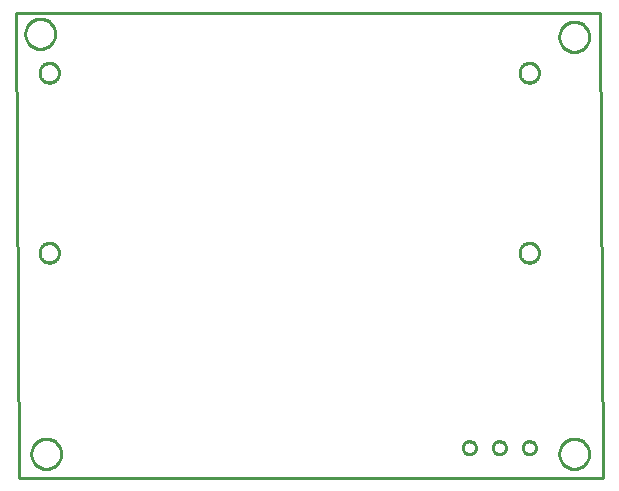
<source format=gbr>
G04 EAGLE Gerber RS-274X export*
G75*
%MOMM*%
%FSLAX34Y34*%
%LPD*%
%IN*%
%IPPOS*%
%AMOC8*
5,1,8,0,0,1.08239X$1,22.5*%
G01*
%ADD10C,0.254000*%


D10*
X-2540Y393600D02*
X0Y0D01*
X494540Y0D01*
X492000Y393600D01*
X-2540Y393600D01*
X35560Y19821D02*
X35482Y18826D01*
X35326Y17840D01*
X35093Y16870D01*
X34784Y15921D01*
X34402Y14999D01*
X33949Y14110D01*
X33428Y13259D01*
X32841Y12451D01*
X32193Y11693D01*
X31487Y10987D01*
X30729Y10339D01*
X29921Y9752D01*
X29070Y9231D01*
X28181Y8778D01*
X27259Y8396D01*
X26310Y8087D01*
X25340Y7854D01*
X24354Y7698D01*
X23359Y7620D01*
X22361Y7620D01*
X21366Y7698D01*
X20380Y7854D01*
X19410Y8087D01*
X18461Y8396D01*
X17539Y8778D01*
X16650Y9231D01*
X15799Y9752D01*
X14991Y10339D01*
X14233Y10987D01*
X13527Y11693D01*
X12879Y12451D01*
X12292Y13259D01*
X11771Y14110D01*
X11318Y14999D01*
X10936Y15921D01*
X10627Y16870D01*
X10394Y17840D01*
X10238Y18826D01*
X10160Y19821D01*
X10160Y20819D01*
X10238Y21814D01*
X10394Y22800D01*
X10627Y23770D01*
X10936Y24719D01*
X11318Y25641D01*
X11771Y26530D01*
X12292Y27381D01*
X12879Y28189D01*
X13527Y28947D01*
X14233Y29653D01*
X14991Y30301D01*
X15799Y30888D01*
X16650Y31409D01*
X17539Y31862D01*
X18461Y32244D01*
X19410Y32553D01*
X20380Y32786D01*
X21366Y32942D01*
X22361Y33020D01*
X23359Y33020D01*
X24354Y32942D01*
X25340Y32786D01*
X26310Y32553D01*
X27259Y32244D01*
X28181Y31862D01*
X29070Y31409D01*
X29921Y30888D01*
X30729Y30301D01*
X31487Y29653D01*
X32193Y28947D01*
X32841Y28189D01*
X33428Y27381D01*
X33949Y26530D01*
X34402Y25641D01*
X34784Y24719D01*
X35093Y23770D01*
X35326Y22800D01*
X35482Y21814D01*
X35560Y20819D01*
X35560Y19821D01*
X482600Y19821D02*
X482522Y18826D01*
X482366Y17840D01*
X482133Y16870D01*
X481824Y15921D01*
X481442Y14999D01*
X480989Y14110D01*
X480468Y13259D01*
X479881Y12451D01*
X479233Y11693D01*
X478527Y10987D01*
X477769Y10339D01*
X476961Y9752D01*
X476110Y9231D01*
X475221Y8778D01*
X474299Y8396D01*
X473350Y8087D01*
X472380Y7854D01*
X471394Y7698D01*
X470399Y7620D01*
X469401Y7620D01*
X468406Y7698D01*
X467420Y7854D01*
X466450Y8087D01*
X465501Y8396D01*
X464579Y8778D01*
X463690Y9231D01*
X462839Y9752D01*
X462031Y10339D01*
X461273Y10987D01*
X460567Y11693D01*
X459919Y12451D01*
X459332Y13259D01*
X458811Y14110D01*
X458358Y14999D01*
X457976Y15921D01*
X457667Y16870D01*
X457434Y17840D01*
X457278Y18826D01*
X457200Y19821D01*
X457200Y20819D01*
X457278Y21814D01*
X457434Y22800D01*
X457667Y23770D01*
X457976Y24719D01*
X458358Y25641D01*
X458811Y26530D01*
X459332Y27381D01*
X459919Y28189D01*
X460567Y28947D01*
X461273Y29653D01*
X462031Y30301D01*
X462839Y30888D01*
X463690Y31409D01*
X464579Y31862D01*
X465501Y32244D01*
X466450Y32553D01*
X467420Y32786D01*
X468406Y32942D01*
X469401Y33020D01*
X470399Y33020D01*
X471394Y32942D01*
X472380Y32786D01*
X473350Y32553D01*
X474299Y32244D01*
X475221Y31862D01*
X476110Y31409D01*
X476961Y30888D01*
X477769Y30301D01*
X478527Y29653D01*
X479233Y28947D01*
X479881Y28189D01*
X480468Y27381D01*
X480989Y26530D01*
X481442Y25641D01*
X481824Y24719D01*
X482133Y23770D01*
X482366Y22800D01*
X482522Y21814D01*
X482600Y20819D01*
X482600Y19821D01*
X482600Y372881D02*
X482522Y371886D01*
X482366Y370900D01*
X482133Y369930D01*
X481824Y368981D01*
X481442Y368059D01*
X480989Y367170D01*
X480468Y366319D01*
X479881Y365511D01*
X479233Y364753D01*
X478527Y364047D01*
X477769Y363399D01*
X476961Y362812D01*
X476110Y362291D01*
X475221Y361838D01*
X474299Y361456D01*
X473350Y361147D01*
X472380Y360914D01*
X471394Y360758D01*
X470399Y360680D01*
X469401Y360680D01*
X468406Y360758D01*
X467420Y360914D01*
X466450Y361147D01*
X465501Y361456D01*
X464579Y361838D01*
X463690Y362291D01*
X462839Y362812D01*
X462031Y363399D01*
X461273Y364047D01*
X460567Y364753D01*
X459919Y365511D01*
X459332Y366319D01*
X458811Y367170D01*
X458358Y368059D01*
X457976Y368981D01*
X457667Y369930D01*
X457434Y370900D01*
X457278Y371886D01*
X457200Y372881D01*
X457200Y373879D01*
X457278Y374874D01*
X457434Y375860D01*
X457667Y376830D01*
X457976Y377779D01*
X458358Y378701D01*
X458811Y379590D01*
X459332Y380441D01*
X459919Y381249D01*
X460567Y382007D01*
X461273Y382713D01*
X462031Y383361D01*
X462839Y383948D01*
X463690Y384469D01*
X464579Y384922D01*
X465501Y385304D01*
X466450Y385613D01*
X467420Y385846D01*
X468406Y386002D01*
X469401Y386080D01*
X470399Y386080D01*
X471394Y386002D01*
X472380Y385846D01*
X473350Y385613D01*
X474299Y385304D01*
X475221Y384922D01*
X476110Y384469D01*
X476961Y383948D01*
X477769Y383361D01*
X478527Y382713D01*
X479233Y382007D01*
X479881Y381249D01*
X480468Y380441D01*
X480989Y379590D01*
X481442Y378701D01*
X481824Y377779D01*
X482133Y376830D01*
X482366Y375860D01*
X482522Y374874D01*
X482600Y373879D01*
X482600Y372881D01*
X30480Y375421D02*
X30402Y374426D01*
X30246Y373440D01*
X30013Y372470D01*
X29704Y371521D01*
X29322Y370599D01*
X28869Y369710D01*
X28348Y368859D01*
X27761Y368051D01*
X27113Y367293D01*
X26407Y366587D01*
X25649Y365939D01*
X24841Y365352D01*
X23990Y364831D01*
X23101Y364378D01*
X22179Y363996D01*
X21230Y363687D01*
X20260Y363454D01*
X19274Y363298D01*
X18279Y363220D01*
X17281Y363220D01*
X16286Y363298D01*
X15300Y363454D01*
X14330Y363687D01*
X13381Y363996D01*
X12459Y364378D01*
X11570Y364831D01*
X10719Y365352D01*
X9911Y365939D01*
X9153Y366587D01*
X8447Y367293D01*
X7799Y368051D01*
X7212Y368859D01*
X6691Y369710D01*
X6238Y370599D01*
X5856Y371521D01*
X5547Y372470D01*
X5314Y373440D01*
X5158Y374426D01*
X5080Y375421D01*
X5080Y376419D01*
X5158Y377414D01*
X5314Y378400D01*
X5547Y379370D01*
X5856Y380319D01*
X6238Y381241D01*
X6691Y382130D01*
X7212Y382981D01*
X7799Y383789D01*
X8447Y384547D01*
X9153Y385253D01*
X9911Y385901D01*
X10719Y386488D01*
X11570Y387009D01*
X12459Y387462D01*
X13381Y387844D01*
X14330Y388153D01*
X15300Y388386D01*
X16286Y388542D01*
X17281Y388620D01*
X18279Y388620D01*
X19274Y388542D01*
X20260Y388386D01*
X21230Y388153D01*
X22179Y387844D01*
X23101Y387462D01*
X23990Y387009D01*
X24841Y386488D01*
X25649Y385901D01*
X26407Y385253D01*
X27113Y384547D01*
X27761Y383789D01*
X28348Y382981D01*
X28869Y382130D01*
X29322Y381241D01*
X29704Y380319D01*
X30013Y379370D01*
X30246Y378400D01*
X30402Y377414D01*
X30480Y376419D01*
X30480Y375421D01*
X386500Y25091D02*
X386431Y24477D01*
X386293Y23875D01*
X386089Y23292D01*
X385821Y22735D01*
X385493Y22212D01*
X385108Y21729D01*
X384671Y21293D01*
X384188Y20907D01*
X383665Y20579D01*
X383108Y20311D01*
X382525Y20107D01*
X381923Y19969D01*
X381309Y19900D01*
X380691Y19900D01*
X380077Y19969D01*
X379475Y20107D01*
X378892Y20311D01*
X378335Y20579D01*
X377812Y20907D01*
X377329Y21293D01*
X376893Y21729D01*
X376507Y22212D01*
X376179Y22735D01*
X375911Y23292D01*
X375707Y23875D01*
X375569Y24477D01*
X375500Y25091D01*
X375500Y25709D01*
X375569Y26323D01*
X375707Y26925D01*
X375911Y27508D01*
X376179Y28065D01*
X376507Y28588D01*
X376893Y29071D01*
X377329Y29508D01*
X377812Y29893D01*
X378335Y30221D01*
X378892Y30489D01*
X379475Y30693D01*
X380077Y30831D01*
X380691Y30900D01*
X381309Y30900D01*
X381923Y30831D01*
X382525Y30693D01*
X383108Y30489D01*
X383665Y30221D01*
X384188Y29893D01*
X384671Y29508D01*
X385108Y29071D01*
X385493Y28588D01*
X385821Y28065D01*
X386089Y27508D01*
X386293Y26925D01*
X386431Y26323D01*
X386500Y25709D01*
X386500Y25091D01*
X411900Y25091D02*
X411831Y24477D01*
X411693Y23875D01*
X411489Y23292D01*
X411221Y22735D01*
X410893Y22212D01*
X410508Y21729D01*
X410071Y21293D01*
X409588Y20907D01*
X409065Y20579D01*
X408508Y20311D01*
X407925Y20107D01*
X407323Y19969D01*
X406709Y19900D01*
X406091Y19900D01*
X405477Y19969D01*
X404875Y20107D01*
X404292Y20311D01*
X403735Y20579D01*
X403212Y20907D01*
X402729Y21293D01*
X402293Y21729D01*
X401907Y22212D01*
X401579Y22735D01*
X401311Y23292D01*
X401107Y23875D01*
X400969Y24477D01*
X400900Y25091D01*
X400900Y25709D01*
X400969Y26323D01*
X401107Y26925D01*
X401311Y27508D01*
X401579Y28065D01*
X401907Y28588D01*
X402293Y29071D01*
X402729Y29508D01*
X403212Y29893D01*
X403735Y30221D01*
X404292Y30489D01*
X404875Y30693D01*
X405477Y30831D01*
X406091Y30900D01*
X406709Y30900D01*
X407323Y30831D01*
X407925Y30693D01*
X408508Y30489D01*
X409065Y30221D01*
X409588Y29893D01*
X410071Y29508D01*
X410508Y29071D01*
X410893Y28588D01*
X411221Y28065D01*
X411489Y27508D01*
X411693Y26925D01*
X411831Y26323D01*
X411900Y25709D01*
X411900Y25091D01*
X437300Y25091D02*
X437231Y24477D01*
X437093Y23875D01*
X436889Y23292D01*
X436621Y22735D01*
X436293Y22212D01*
X435908Y21729D01*
X435471Y21293D01*
X434988Y20907D01*
X434465Y20579D01*
X433908Y20311D01*
X433325Y20107D01*
X432723Y19969D01*
X432109Y19900D01*
X431491Y19900D01*
X430877Y19969D01*
X430275Y20107D01*
X429692Y20311D01*
X429135Y20579D01*
X428612Y20907D01*
X428129Y21293D01*
X427693Y21729D01*
X427307Y22212D01*
X426979Y22735D01*
X426711Y23292D01*
X426507Y23875D01*
X426369Y24477D01*
X426300Y25091D01*
X426300Y25709D01*
X426369Y26323D01*
X426507Y26925D01*
X426711Y27508D01*
X426979Y28065D01*
X427307Y28588D01*
X427693Y29071D01*
X428129Y29508D01*
X428612Y29893D01*
X429135Y30221D01*
X429692Y30489D01*
X430275Y30693D01*
X430877Y30831D01*
X431491Y30900D01*
X432109Y30900D01*
X432723Y30831D01*
X433325Y30693D01*
X433908Y30489D01*
X434465Y30221D01*
X434988Y29893D01*
X435471Y29508D01*
X435908Y29071D01*
X436293Y28588D01*
X436621Y28065D01*
X436889Y27508D01*
X437093Y26925D01*
X437231Y26323D01*
X437300Y25709D01*
X437300Y25091D01*
X33650Y190095D02*
X33571Y189288D01*
X33412Y188493D01*
X33177Y187717D01*
X32867Y186968D01*
X32485Y186254D01*
X32034Y185580D01*
X31520Y184953D01*
X30947Y184380D01*
X30320Y183866D01*
X29646Y183415D01*
X28932Y183033D01*
X28183Y182723D01*
X27407Y182488D01*
X26612Y182329D01*
X25805Y182250D01*
X24995Y182250D01*
X24188Y182329D01*
X23393Y182488D01*
X22617Y182723D01*
X21868Y183033D01*
X21154Y183415D01*
X20480Y183866D01*
X19853Y184380D01*
X19280Y184953D01*
X18766Y185580D01*
X18315Y186254D01*
X17933Y186968D01*
X17623Y187717D01*
X17388Y188493D01*
X17229Y189288D01*
X17150Y190095D01*
X17150Y190905D01*
X17229Y191712D01*
X17388Y192507D01*
X17623Y193283D01*
X17933Y194032D01*
X18315Y194746D01*
X18766Y195420D01*
X19280Y196047D01*
X19853Y196620D01*
X20480Y197134D01*
X21154Y197585D01*
X21868Y197967D01*
X22617Y198277D01*
X23393Y198512D01*
X24188Y198671D01*
X24995Y198750D01*
X25805Y198750D01*
X26612Y198671D01*
X27407Y198512D01*
X28183Y198277D01*
X28932Y197967D01*
X29646Y197585D01*
X30320Y197134D01*
X30947Y196620D01*
X31520Y196047D01*
X32034Y195420D01*
X32485Y194746D01*
X32867Y194032D01*
X33177Y193283D01*
X33412Y192507D01*
X33571Y191712D01*
X33650Y190905D01*
X33650Y190095D01*
X33650Y342495D02*
X33571Y341688D01*
X33412Y340893D01*
X33177Y340117D01*
X32867Y339368D01*
X32485Y338654D01*
X32034Y337980D01*
X31520Y337353D01*
X30947Y336780D01*
X30320Y336266D01*
X29646Y335815D01*
X28932Y335433D01*
X28183Y335123D01*
X27407Y334888D01*
X26612Y334729D01*
X25805Y334650D01*
X24995Y334650D01*
X24188Y334729D01*
X23393Y334888D01*
X22617Y335123D01*
X21868Y335433D01*
X21154Y335815D01*
X20480Y336266D01*
X19853Y336780D01*
X19280Y337353D01*
X18766Y337980D01*
X18315Y338654D01*
X17933Y339368D01*
X17623Y340117D01*
X17388Y340893D01*
X17229Y341688D01*
X17150Y342495D01*
X17150Y343305D01*
X17229Y344112D01*
X17388Y344907D01*
X17623Y345683D01*
X17933Y346432D01*
X18315Y347146D01*
X18766Y347820D01*
X19280Y348447D01*
X19853Y349020D01*
X20480Y349534D01*
X21154Y349985D01*
X21868Y350367D01*
X22617Y350677D01*
X23393Y350912D01*
X24188Y351071D01*
X24995Y351150D01*
X25805Y351150D01*
X26612Y351071D01*
X27407Y350912D01*
X28183Y350677D01*
X28932Y350367D01*
X29646Y349985D01*
X30320Y349534D01*
X30947Y349020D01*
X31520Y348447D01*
X32034Y347820D01*
X32485Y347146D01*
X32867Y346432D01*
X33177Y345683D01*
X33412Y344907D01*
X33571Y344112D01*
X33650Y343305D01*
X33650Y342495D01*
X440050Y342495D02*
X439971Y341688D01*
X439812Y340893D01*
X439577Y340117D01*
X439267Y339368D01*
X438885Y338654D01*
X438434Y337980D01*
X437920Y337353D01*
X437347Y336780D01*
X436720Y336266D01*
X436046Y335815D01*
X435332Y335433D01*
X434583Y335123D01*
X433807Y334888D01*
X433012Y334729D01*
X432205Y334650D01*
X431395Y334650D01*
X430588Y334729D01*
X429793Y334888D01*
X429017Y335123D01*
X428268Y335433D01*
X427554Y335815D01*
X426880Y336266D01*
X426253Y336780D01*
X425680Y337353D01*
X425166Y337980D01*
X424715Y338654D01*
X424333Y339368D01*
X424023Y340117D01*
X423788Y340893D01*
X423629Y341688D01*
X423550Y342495D01*
X423550Y343305D01*
X423629Y344112D01*
X423788Y344907D01*
X424023Y345683D01*
X424333Y346432D01*
X424715Y347146D01*
X425166Y347820D01*
X425680Y348447D01*
X426253Y349020D01*
X426880Y349534D01*
X427554Y349985D01*
X428268Y350367D01*
X429017Y350677D01*
X429793Y350912D01*
X430588Y351071D01*
X431395Y351150D01*
X432205Y351150D01*
X433012Y351071D01*
X433807Y350912D01*
X434583Y350677D01*
X435332Y350367D01*
X436046Y349985D01*
X436720Y349534D01*
X437347Y349020D01*
X437920Y348447D01*
X438434Y347820D01*
X438885Y347146D01*
X439267Y346432D01*
X439577Y345683D01*
X439812Y344907D01*
X439971Y344112D01*
X440050Y343305D01*
X440050Y342495D01*
X440050Y190095D02*
X439971Y189288D01*
X439812Y188493D01*
X439577Y187717D01*
X439267Y186968D01*
X438885Y186254D01*
X438434Y185580D01*
X437920Y184953D01*
X437347Y184380D01*
X436720Y183866D01*
X436046Y183415D01*
X435332Y183033D01*
X434583Y182723D01*
X433807Y182488D01*
X433012Y182329D01*
X432205Y182250D01*
X431395Y182250D01*
X430588Y182329D01*
X429793Y182488D01*
X429017Y182723D01*
X428268Y183033D01*
X427554Y183415D01*
X426880Y183866D01*
X426253Y184380D01*
X425680Y184953D01*
X425166Y185580D01*
X424715Y186254D01*
X424333Y186968D01*
X424023Y187717D01*
X423788Y188493D01*
X423629Y189288D01*
X423550Y190095D01*
X423550Y190905D01*
X423629Y191712D01*
X423788Y192507D01*
X424023Y193283D01*
X424333Y194032D01*
X424715Y194746D01*
X425166Y195420D01*
X425680Y196047D01*
X426253Y196620D01*
X426880Y197134D01*
X427554Y197585D01*
X428268Y197967D01*
X429017Y198277D01*
X429793Y198512D01*
X430588Y198671D01*
X431395Y198750D01*
X432205Y198750D01*
X433012Y198671D01*
X433807Y198512D01*
X434583Y198277D01*
X435332Y197967D01*
X436046Y197585D01*
X436720Y197134D01*
X437347Y196620D01*
X437920Y196047D01*
X438434Y195420D01*
X438885Y194746D01*
X439267Y194032D01*
X439577Y193283D01*
X439812Y192507D01*
X439971Y191712D01*
X440050Y190905D01*
X440050Y190095D01*
M02*

</source>
